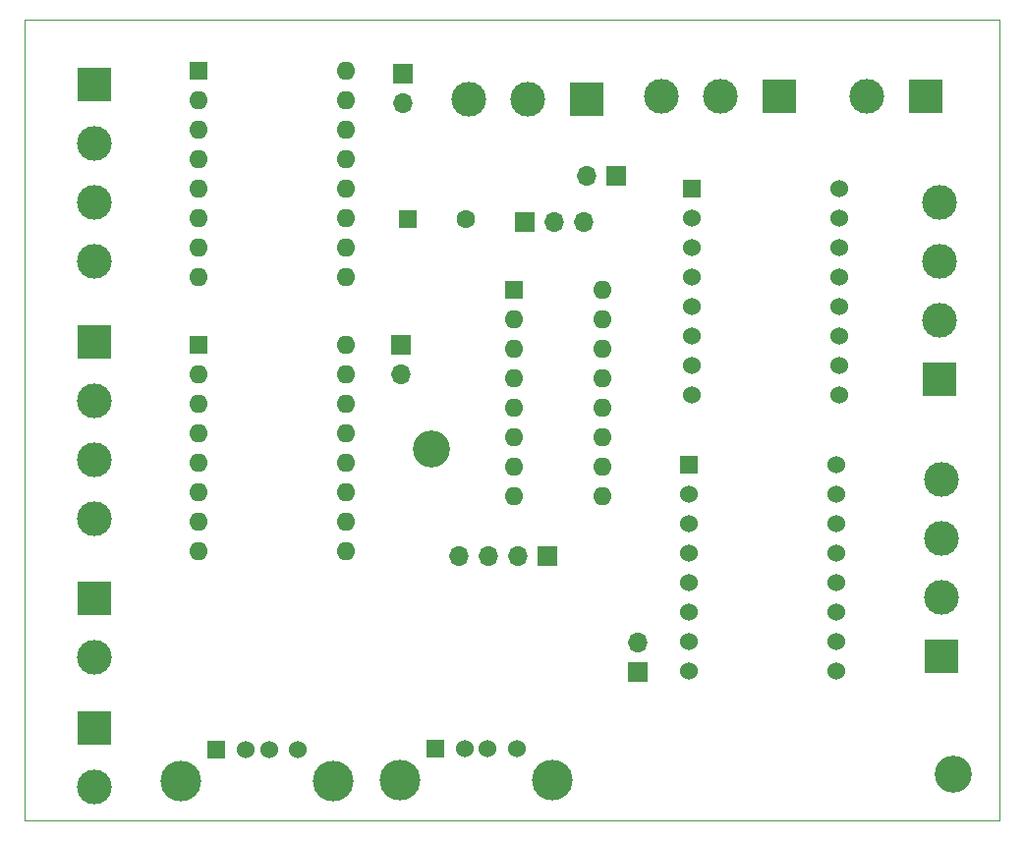
<source format=gbs>
%TF.GenerationSoftware,KiCad,Pcbnew,5.1.9-73d0e3b20d~88~ubuntu18.04.1*%
%TF.CreationDate,2021-09-14T17:41:00-05:00*%
%TF.ProjectId,gpr20_board,67707232-305f-4626-9f61-72642e6b6963,rev?*%
%TF.SameCoordinates,Original*%
%TF.FileFunction,Soldermask,Bot*%
%TF.FilePolarity,Negative*%
%FSLAX46Y46*%
G04 Gerber Fmt 4.6, Leading zero omitted, Abs format (unit mm)*
G04 Created by KiCad (PCBNEW 5.1.9-73d0e3b20d~88~ubuntu18.04.1) date 2021-09-14 17:41:00*
%MOMM*%
%LPD*%
G01*
G04 APERTURE LIST*
%TA.AperFunction,Profile*%
%ADD10C,0.050000*%
%TD*%
%ADD11C,3.200000*%
%ADD12O,1.600000X1.600000*%
%ADD13R,1.600000X1.600000*%
%ADD14C,1.600000*%
%ADD15C,3.500000*%
%ADD16R,1.524000X1.524000*%
%ADD17C,1.524000*%
%ADD18C,3.000000*%
%ADD19R,3.000000X3.000000*%
%ADD20R,1.700000X1.700000*%
%ADD21O,1.700000X1.700000*%
%ADD22C,1.530000*%
%ADD23R,1.530000X1.530000*%
G04 APERTURE END LIST*
D10*
X158000000Y-102000000D02*
X158000000Y-33000000D01*
X242000000Y-102000000D02*
X158000000Y-102000000D01*
X242000000Y-33000000D02*
X158000000Y-33000000D01*
X242000000Y-102000000D02*
X242000000Y-33000000D01*
D11*
%TO.C,REF\u002A\u002A*%
X193000000Y-70000000D03*
%TD*%
%TO.C,REF\u002A\u002A*%
X238000000Y-98000000D03*
%TD*%
D12*
%TO.C,A1*%
X185700000Y-37400000D03*
X173000000Y-55180000D03*
X185700000Y-39940000D03*
X173000000Y-52640000D03*
X185700000Y-42480000D03*
X173000000Y-50100000D03*
X185700000Y-45020000D03*
X173000000Y-47560000D03*
X185700000Y-47560000D03*
X173000000Y-45020000D03*
X185700000Y-50100000D03*
X173000000Y-42480000D03*
X185700000Y-52640000D03*
X173000000Y-39940000D03*
X185700000Y-55180000D03*
D13*
X173000000Y-37400000D03*
%TD*%
%TO.C,A2*%
X173000000Y-61000000D03*
D12*
X185700000Y-78780000D03*
X173000000Y-63540000D03*
X185700000Y-76240000D03*
X173000000Y-66080000D03*
X185700000Y-73700000D03*
X173000000Y-68620000D03*
X185700000Y-71160000D03*
X173000000Y-71160000D03*
X185700000Y-68620000D03*
X173000000Y-73700000D03*
X185700000Y-66080000D03*
X173000000Y-76240000D03*
X185700000Y-63540000D03*
X173000000Y-78780000D03*
X185700000Y-61000000D03*
%TD*%
D13*
%TO.C,C1*%
X191000000Y-50200000D03*
D14*
X196000000Y-50200000D03*
%TD*%
D15*
%TO.C,J1*%
X203470000Y-98510000D03*
X190330000Y-98510000D03*
D16*
X193400000Y-95800000D03*
D17*
X195900000Y-95800000D03*
X197900000Y-95800000D03*
X200400000Y-95800000D03*
%TD*%
D18*
%TO.C,J2*%
X164000000Y-43680000D03*
X164000000Y-48760000D03*
D19*
X164000000Y-38600000D03*
D18*
X164000000Y-53840000D03*
%TD*%
%TO.C,J3*%
X164000000Y-75960000D03*
D19*
X164000000Y-60720000D03*
D18*
X164000000Y-70880000D03*
X164000000Y-65800000D03*
%TD*%
D17*
%TO.C,J4*%
X181530000Y-95890000D03*
X179030000Y-95890000D03*
X177030000Y-95890000D03*
D16*
X174530000Y-95890000D03*
D15*
X171460000Y-98600000D03*
X184600000Y-98600000D03*
%TD*%
D19*
%TO.C,J5*%
X164000000Y-94000000D03*
D18*
X164000000Y-99080000D03*
%TD*%
%TO.C,J6*%
X164000000Y-87880000D03*
D19*
X164000000Y-82800000D03*
%TD*%
%TO.C,J7*%
X235600000Y-39600000D03*
D18*
X230520000Y-39600000D03*
%TD*%
%TO.C,J8*%
X212840000Y-39600000D03*
X217920000Y-39600000D03*
D19*
X223000000Y-39600000D03*
%TD*%
%TO.C,J9*%
X206400000Y-39800000D03*
D18*
X201320000Y-39800000D03*
X196240000Y-39800000D03*
%TD*%
%TO.C,J10*%
X236800000Y-58920000D03*
X236800000Y-53840000D03*
D19*
X236800000Y-64000000D03*
D18*
X236800000Y-48760000D03*
%TD*%
%TO.C,J11*%
X237000000Y-72560000D03*
D19*
X237000000Y-87800000D03*
D18*
X237000000Y-77640000D03*
X237000000Y-82720000D03*
%TD*%
D20*
%TO.C,J12*%
X190600000Y-37600000D03*
D21*
X190600000Y-40140000D03*
%TD*%
D20*
%TO.C,J13*%
X190400000Y-61000000D03*
D21*
X190400000Y-63540000D03*
%TD*%
%TO.C,J14*%
X210800000Y-86660000D03*
D20*
X210800000Y-89200000D03*
%TD*%
%TO.C,J15*%
X201120000Y-50400000D03*
D21*
X203660000Y-50400000D03*
X206200000Y-50400000D03*
%TD*%
D20*
%TO.C,J16*%
X203000000Y-79200000D03*
D21*
X200460000Y-79200000D03*
X197920000Y-79200000D03*
X195380000Y-79200000D03*
%TD*%
D20*
%TO.C,J17*%
X209000000Y-46400000D03*
D21*
X206460000Y-46400000D03*
%TD*%
D22*
%TO.C,U1*%
X215450000Y-55130000D03*
X228150000Y-55130000D03*
X215450000Y-57670000D03*
X215450000Y-60210000D03*
X215450000Y-62750000D03*
X215450000Y-65290000D03*
X215450000Y-52590000D03*
X215450000Y-50050000D03*
D23*
X215450000Y-47510000D03*
D22*
X228150000Y-52590000D03*
X228150000Y-50050000D03*
X228150000Y-47510000D03*
X228150000Y-57670000D03*
X228150000Y-60210000D03*
X228150000Y-62750000D03*
X228150000Y-65290000D03*
%TD*%
%TO.C,U2*%
X227950000Y-89090000D03*
X227950000Y-86550000D03*
X227950000Y-84010000D03*
X227950000Y-81470000D03*
X227950000Y-71310000D03*
X227950000Y-73850000D03*
X227950000Y-76390000D03*
D23*
X215250000Y-71310000D03*
D22*
X215250000Y-73850000D03*
X215250000Y-76390000D03*
X215250000Y-89090000D03*
X215250000Y-86550000D03*
X215250000Y-84010000D03*
X215250000Y-81470000D03*
X227950000Y-78930000D03*
X215250000Y-78930000D03*
%TD*%
D13*
%TO.C,U3*%
X200180000Y-56220000D03*
D12*
X207800000Y-74000000D03*
X200180000Y-58760000D03*
X207800000Y-71460000D03*
X200180000Y-61300000D03*
X207800000Y-68920000D03*
X200180000Y-63840000D03*
X207800000Y-66380000D03*
X200180000Y-66380000D03*
X207800000Y-63840000D03*
X200180000Y-68920000D03*
X207800000Y-61300000D03*
X200180000Y-71460000D03*
X207800000Y-58760000D03*
X200180000Y-74000000D03*
X207800000Y-56220000D03*
%TD*%
M02*

</source>
